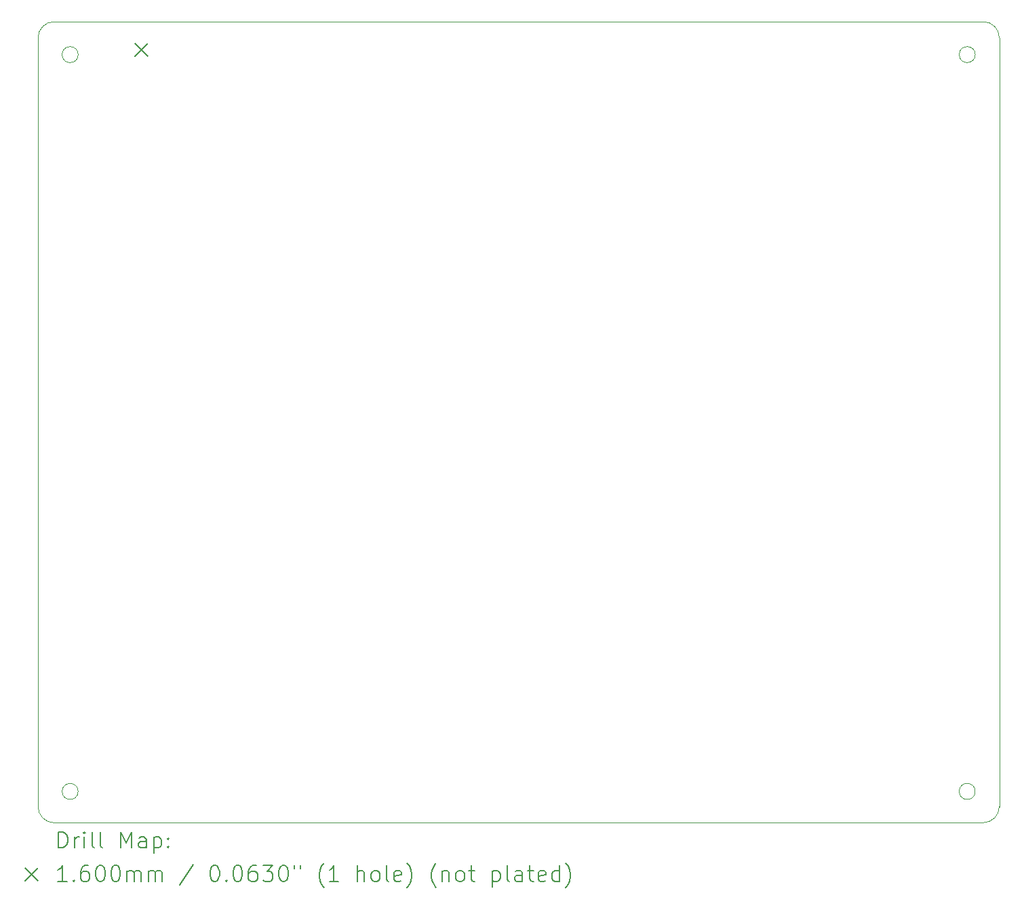
<source format=gbr>
%FSLAX45Y45*%
G04 Gerber Fmt 4.5, Leading zero omitted, Abs format (unit mm)*
G04 Created by KiCad (PCBNEW 6.0.4-1.fc35) date 2022-04-22 01:22:10*
%MOMM*%
%LPD*%
G01*
G04 APERTURE LIST*
%TA.AperFunction,Profile*%
%ADD10C,0.050000*%
%TD*%
%ADD11C,0.200000*%
%ADD12C,0.160000*%
G04 APERTURE END LIST*
D10*
X199422Y10010580D02*
X11801000Y10011001D01*
X199422Y10010578D02*
G75*
G03*
X-578Y9810580I-2J-199998D01*
G01*
X-578Y9810000D02*
X-578Y209000D01*
X3Y209423D02*
G75*
G03*
X200000Y9423I199997J-3D01*
G01*
X12001001Y9811001D02*
G75*
G03*
X11801000Y10011001I-200001J-1D01*
G01*
X12001000Y210001D02*
X12001000Y9811001D01*
X11799579Y10001D02*
X200000Y9423D01*
X500000Y9600000D02*
G75*
G03*
X500000Y9600000I-100000J0D01*
G01*
X11700000Y400000D02*
G75*
G03*
X11700000Y400000I-100000J0D01*
G01*
X11700000Y9600000D02*
G75*
G03*
X11700000Y9600000I-100000J0D01*
G01*
X11799579Y10005D02*
G75*
G03*
X12001000Y210001I11J201415D01*
G01*
X500000Y400000D02*
G75*
G03*
X500000Y400000I-100000J0D01*
G01*
D11*
D12*
X1210000Y9740000D02*
X1370000Y9580000D01*
X1370000Y9740000D02*
X1210000Y9580000D01*
D11*
X254541Y-303554D02*
X254541Y-103553D01*
X302160Y-103553D01*
X330731Y-113077D01*
X349779Y-132125D01*
X359303Y-151173D01*
X368827Y-189268D01*
X368827Y-217839D01*
X359303Y-255934D01*
X349779Y-274982D01*
X330731Y-294030D01*
X302160Y-303554D01*
X254541Y-303554D01*
X454541Y-303554D02*
X454541Y-170220D01*
X454541Y-208315D02*
X464065Y-189268D01*
X473588Y-179744D01*
X492636Y-170220D01*
X511684Y-170220D01*
X578350Y-303554D02*
X578350Y-170220D01*
X578350Y-103553D02*
X568827Y-113077D01*
X578350Y-122601D01*
X587874Y-113077D01*
X578350Y-103553D01*
X578350Y-122601D01*
X702160Y-303554D02*
X683112Y-294030D01*
X673589Y-274982D01*
X673589Y-103553D01*
X806922Y-303554D02*
X787874Y-294030D01*
X778350Y-274982D01*
X778350Y-103553D01*
X1035493Y-303554D02*
X1035493Y-103553D01*
X1102160Y-246411D01*
X1168827Y-103553D01*
X1168827Y-303554D01*
X1349779Y-303554D02*
X1349779Y-198792D01*
X1340255Y-179744D01*
X1321208Y-170220D01*
X1283112Y-170220D01*
X1264065Y-179744D01*
X1349779Y-294030D02*
X1330731Y-303554D01*
X1283112Y-303554D01*
X1264065Y-294030D01*
X1254541Y-274982D01*
X1254541Y-255934D01*
X1264065Y-236887D01*
X1283112Y-227363D01*
X1330731Y-227363D01*
X1349779Y-217839D01*
X1445017Y-170220D02*
X1445017Y-370220D01*
X1445017Y-179744D02*
X1464065Y-170220D01*
X1502160Y-170220D01*
X1521208Y-179744D01*
X1530731Y-189268D01*
X1540255Y-208315D01*
X1540255Y-265458D01*
X1530731Y-284506D01*
X1521208Y-294030D01*
X1502160Y-303554D01*
X1464065Y-303554D01*
X1445017Y-294030D01*
X1625969Y-284506D02*
X1635493Y-294030D01*
X1625969Y-303554D01*
X1616446Y-294030D01*
X1625969Y-284506D01*
X1625969Y-303554D01*
X1625969Y-179744D02*
X1635493Y-189268D01*
X1625969Y-198792D01*
X1616446Y-189268D01*
X1625969Y-179744D01*
X1625969Y-198792D01*
D12*
X-163078Y-553077D02*
X-3078Y-713077D01*
X-3078Y-553077D02*
X-163078Y-713077D01*
D11*
X359303Y-723553D02*
X245017Y-723553D01*
X302160Y-723553D02*
X302160Y-523553D01*
X283112Y-552125D01*
X264065Y-571173D01*
X245017Y-580696D01*
X445017Y-704506D02*
X454541Y-714030D01*
X445017Y-723553D01*
X435493Y-714030D01*
X445017Y-704506D01*
X445017Y-723553D01*
X625970Y-523553D02*
X587874Y-523553D01*
X568827Y-533077D01*
X559303Y-542601D01*
X540255Y-571173D01*
X530731Y-609268D01*
X530731Y-685458D01*
X540255Y-704506D01*
X549779Y-714030D01*
X568827Y-723553D01*
X606922Y-723553D01*
X625970Y-714030D01*
X635493Y-704506D01*
X645017Y-685458D01*
X645017Y-637839D01*
X635493Y-618792D01*
X625970Y-609268D01*
X606922Y-599744D01*
X568827Y-599744D01*
X549779Y-609268D01*
X540255Y-618792D01*
X530731Y-637839D01*
X768827Y-523553D02*
X787874Y-523553D01*
X806922Y-533077D01*
X816446Y-542601D01*
X825969Y-561649D01*
X835493Y-599744D01*
X835493Y-647363D01*
X825969Y-685458D01*
X816446Y-704506D01*
X806922Y-714030D01*
X787874Y-723553D01*
X768827Y-723553D01*
X749779Y-714030D01*
X740255Y-704506D01*
X730731Y-685458D01*
X721208Y-647363D01*
X721208Y-599744D01*
X730731Y-561649D01*
X740255Y-542601D01*
X749779Y-533077D01*
X768827Y-523553D01*
X959303Y-523553D02*
X978350Y-523553D01*
X997398Y-533077D01*
X1006922Y-542601D01*
X1016446Y-561649D01*
X1025969Y-599744D01*
X1025969Y-647363D01*
X1016446Y-685458D01*
X1006922Y-704506D01*
X997398Y-714030D01*
X978350Y-723553D01*
X959303Y-723553D01*
X940255Y-714030D01*
X930731Y-704506D01*
X921208Y-685458D01*
X911684Y-647363D01*
X911684Y-599744D01*
X921208Y-561649D01*
X930731Y-542601D01*
X940255Y-533077D01*
X959303Y-523553D01*
X1111684Y-723553D02*
X1111684Y-590220D01*
X1111684Y-609268D02*
X1121208Y-599744D01*
X1140255Y-590220D01*
X1168827Y-590220D01*
X1187874Y-599744D01*
X1197398Y-618792D01*
X1197398Y-723553D01*
X1197398Y-618792D02*
X1206922Y-599744D01*
X1225970Y-590220D01*
X1254541Y-590220D01*
X1273589Y-599744D01*
X1283112Y-618792D01*
X1283112Y-723553D01*
X1378350Y-723553D02*
X1378350Y-590220D01*
X1378350Y-609268D02*
X1387874Y-599744D01*
X1406922Y-590220D01*
X1435493Y-590220D01*
X1454541Y-599744D01*
X1464065Y-618792D01*
X1464065Y-723553D01*
X1464065Y-618792D02*
X1473588Y-599744D01*
X1492636Y-590220D01*
X1521208Y-590220D01*
X1540255Y-599744D01*
X1549779Y-618792D01*
X1549779Y-723553D01*
X1940255Y-514030D02*
X1768827Y-771173D01*
X2197398Y-523553D02*
X2216446Y-523553D01*
X2235493Y-533077D01*
X2245017Y-542601D01*
X2254541Y-561649D01*
X2264065Y-599744D01*
X2264065Y-647363D01*
X2254541Y-685458D01*
X2245017Y-704506D01*
X2235493Y-714030D01*
X2216446Y-723553D01*
X2197398Y-723553D01*
X2178350Y-714030D01*
X2168827Y-704506D01*
X2159303Y-685458D01*
X2149779Y-647363D01*
X2149779Y-599744D01*
X2159303Y-561649D01*
X2168827Y-542601D01*
X2178350Y-533077D01*
X2197398Y-523553D01*
X2349779Y-704506D02*
X2359303Y-714030D01*
X2349779Y-723553D01*
X2340255Y-714030D01*
X2349779Y-704506D01*
X2349779Y-723553D01*
X2483112Y-523553D02*
X2502160Y-523553D01*
X2521208Y-533077D01*
X2530731Y-542601D01*
X2540255Y-561649D01*
X2549779Y-599744D01*
X2549779Y-647363D01*
X2540255Y-685458D01*
X2530731Y-704506D01*
X2521208Y-714030D01*
X2502160Y-723553D01*
X2483112Y-723553D01*
X2464065Y-714030D01*
X2454541Y-704506D01*
X2445017Y-685458D01*
X2435493Y-647363D01*
X2435493Y-599744D01*
X2445017Y-561649D01*
X2454541Y-542601D01*
X2464065Y-533077D01*
X2483112Y-523553D01*
X2721208Y-523553D02*
X2683112Y-523553D01*
X2664065Y-533077D01*
X2654541Y-542601D01*
X2635493Y-571173D01*
X2625970Y-609268D01*
X2625970Y-685458D01*
X2635493Y-704506D01*
X2645017Y-714030D01*
X2664065Y-723553D01*
X2702160Y-723553D01*
X2721208Y-714030D01*
X2730731Y-704506D01*
X2740255Y-685458D01*
X2740255Y-637839D01*
X2730731Y-618792D01*
X2721208Y-609268D01*
X2702160Y-599744D01*
X2664065Y-599744D01*
X2645017Y-609268D01*
X2635493Y-618792D01*
X2625970Y-637839D01*
X2806922Y-523553D02*
X2930731Y-523553D01*
X2864065Y-599744D01*
X2892636Y-599744D01*
X2911684Y-609268D01*
X2921208Y-618792D01*
X2930731Y-637839D01*
X2930731Y-685458D01*
X2921208Y-704506D01*
X2911684Y-714030D01*
X2892636Y-723553D01*
X2835493Y-723553D01*
X2816446Y-714030D01*
X2806922Y-704506D01*
X3054541Y-523553D02*
X3073588Y-523553D01*
X3092636Y-533077D01*
X3102160Y-542601D01*
X3111684Y-561649D01*
X3121208Y-599744D01*
X3121208Y-647363D01*
X3111684Y-685458D01*
X3102160Y-704506D01*
X3092636Y-714030D01*
X3073588Y-723553D01*
X3054541Y-723553D01*
X3035493Y-714030D01*
X3025969Y-704506D01*
X3016446Y-685458D01*
X3006922Y-647363D01*
X3006922Y-599744D01*
X3016446Y-561649D01*
X3025969Y-542601D01*
X3035493Y-533077D01*
X3054541Y-523553D01*
X3197398Y-523553D02*
X3197398Y-561649D01*
X3273588Y-523553D02*
X3273588Y-561649D01*
X3568827Y-799744D02*
X3559303Y-790220D01*
X3540255Y-761649D01*
X3530731Y-742601D01*
X3521208Y-714030D01*
X3511684Y-666411D01*
X3511684Y-628315D01*
X3521208Y-580696D01*
X3530731Y-552125D01*
X3540255Y-533077D01*
X3559303Y-504506D01*
X3568827Y-494982D01*
X3749779Y-723553D02*
X3635493Y-723553D01*
X3692636Y-723553D02*
X3692636Y-523553D01*
X3673588Y-552125D01*
X3654541Y-571173D01*
X3635493Y-580696D01*
X3987874Y-723553D02*
X3987874Y-523553D01*
X4073588Y-723553D02*
X4073588Y-618792D01*
X4064065Y-599744D01*
X4045017Y-590220D01*
X4016446Y-590220D01*
X3997398Y-599744D01*
X3987874Y-609268D01*
X4197398Y-723553D02*
X4178350Y-714030D01*
X4168827Y-704506D01*
X4159303Y-685458D01*
X4159303Y-628315D01*
X4168827Y-609268D01*
X4178350Y-599744D01*
X4197398Y-590220D01*
X4225970Y-590220D01*
X4245017Y-599744D01*
X4254541Y-609268D01*
X4264065Y-628315D01*
X4264065Y-685458D01*
X4254541Y-704506D01*
X4245017Y-714030D01*
X4225970Y-723553D01*
X4197398Y-723553D01*
X4378350Y-723553D02*
X4359303Y-714030D01*
X4349779Y-694982D01*
X4349779Y-523553D01*
X4530731Y-714030D02*
X4511684Y-723553D01*
X4473589Y-723553D01*
X4454541Y-714030D01*
X4445017Y-694982D01*
X4445017Y-618792D01*
X4454541Y-599744D01*
X4473589Y-590220D01*
X4511684Y-590220D01*
X4530731Y-599744D01*
X4540255Y-618792D01*
X4540255Y-637839D01*
X4445017Y-656887D01*
X4606922Y-799744D02*
X4616446Y-790220D01*
X4635493Y-761649D01*
X4645017Y-742601D01*
X4654541Y-714030D01*
X4664065Y-666411D01*
X4664065Y-628315D01*
X4654541Y-580696D01*
X4645017Y-552125D01*
X4635493Y-533077D01*
X4616446Y-504506D01*
X4606922Y-494982D01*
X4968827Y-799744D02*
X4959303Y-790220D01*
X4940255Y-761649D01*
X4930731Y-742601D01*
X4921208Y-714030D01*
X4911684Y-666411D01*
X4911684Y-628315D01*
X4921208Y-580696D01*
X4930731Y-552125D01*
X4940255Y-533077D01*
X4959303Y-504506D01*
X4968827Y-494982D01*
X5045017Y-590220D02*
X5045017Y-723553D01*
X5045017Y-609268D02*
X5054541Y-599744D01*
X5073589Y-590220D01*
X5102160Y-590220D01*
X5121208Y-599744D01*
X5130731Y-618792D01*
X5130731Y-723553D01*
X5254541Y-723553D02*
X5235493Y-714030D01*
X5225970Y-704506D01*
X5216446Y-685458D01*
X5216446Y-628315D01*
X5225970Y-609268D01*
X5235493Y-599744D01*
X5254541Y-590220D01*
X5283112Y-590220D01*
X5302160Y-599744D01*
X5311684Y-609268D01*
X5321208Y-628315D01*
X5321208Y-685458D01*
X5311684Y-704506D01*
X5302160Y-714030D01*
X5283112Y-723553D01*
X5254541Y-723553D01*
X5378350Y-590220D02*
X5454541Y-590220D01*
X5406922Y-523553D02*
X5406922Y-694982D01*
X5416446Y-714030D01*
X5435493Y-723553D01*
X5454541Y-723553D01*
X5673588Y-590220D02*
X5673588Y-790220D01*
X5673588Y-599744D02*
X5692636Y-590220D01*
X5730731Y-590220D01*
X5749779Y-599744D01*
X5759303Y-609268D01*
X5768827Y-628315D01*
X5768827Y-685458D01*
X5759303Y-704506D01*
X5749779Y-714030D01*
X5730731Y-723553D01*
X5692636Y-723553D01*
X5673588Y-714030D01*
X5883112Y-723553D02*
X5864065Y-714030D01*
X5854541Y-694982D01*
X5854541Y-523553D01*
X6045017Y-723553D02*
X6045017Y-618792D01*
X6035493Y-599744D01*
X6016446Y-590220D01*
X5978350Y-590220D01*
X5959303Y-599744D01*
X6045017Y-714030D02*
X6025969Y-723553D01*
X5978350Y-723553D01*
X5959303Y-714030D01*
X5949779Y-694982D01*
X5949779Y-675935D01*
X5959303Y-656887D01*
X5978350Y-647363D01*
X6025969Y-647363D01*
X6045017Y-637839D01*
X6111684Y-590220D02*
X6187874Y-590220D01*
X6140255Y-523553D02*
X6140255Y-694982D01*
X6149779Y-714030D01*
X6168827Y-723553D01*
X6187874Y-723553D01*
X6330731Y-714030D02*
X6311684Y-723553D01*
X6273588Y-723553D01*
X6254541Y-714030D01*
X6245017Y-694982D01*
X6245017Y-618792D01*
X6254541Y-599744D01*
X6273588Y-590220D01*
X6311684Y-590220D01*
X6330731Y-599744D01*
X6340255Y-618792D01*
X6340255Y-637839D01*
X6245017Y-656887D01*
X6511684Y-723553D02*
X6511684Y-523553D01*
X6511684Y-714030D02*
X6492636Y-723553D01*
X6454541Y-723553D01*
X6435493Y-714030D01*
X6425969Y-704506D01*
X6416446Y-685458D01*
X6416446Y-628315D01*
X6425969Y-609268D01*
X6435493Y-599744D01*
X6454541Y-590220D01*
X6492636Y-590220D01*
X6511684Y-599744D01*
X6587874Y-799744D02*
X6597398Y-790220D01*
X6616446Y-761649D01*
X6625969Y-742601D01*
X6635493Y-714030D01*
X6645017Y-666411D01*
X6645017Y-628315D01*
X6635493Y-580696D01*
X6625969Y-552125D01*
X6616446Y-533077D01*
X6597398Y-504506D01*
X6587874Y-494982D01*
M02*

</source>
